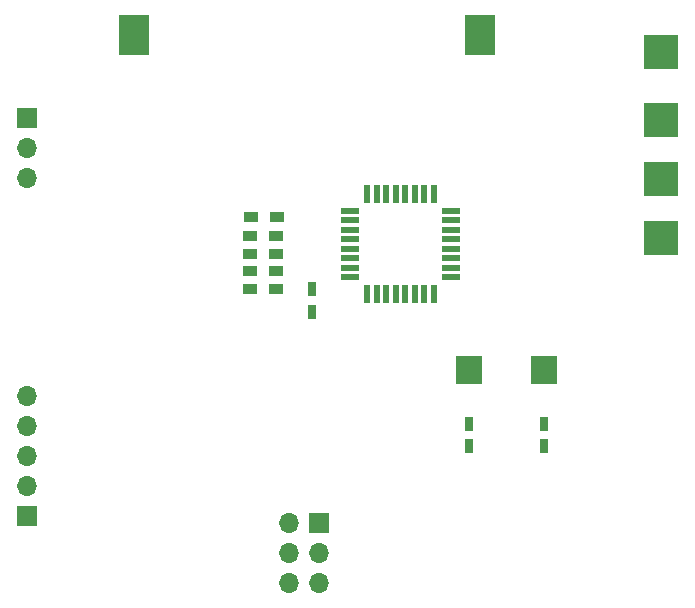
<source format=gbr>
G04 #@! TF.GenerationSoftware,KiCad,Pcbnew,(5.0.0)*
G04 #@! TF.CreationDate,2019-02-21T00:44:54+09:00*
G04 #@! TF.ProjectId,coaster,636F61737465722E6B696361645F7063,rev?*
G04 #@! TF.SameCoordinates,Original*
G04 #@! TF.FileFunction,Soldermask,Bot*
G04 #@! TF.FilePolarity,Negative*
%FSLAX46Y46*%
G04 Gerber Fmt 4.6, Leading zero omitted, Abs format (unit mm)*
G04 Created by KiCad (PCBNEW (5.0.0)) date 02/21/19 00:44:54*
%MOMM*%
%LPD*%
G01*
G04 APERTURE LIST*
%ADD10O,1.700000X1.700000*%
%ADD11R,1.700000X1.700000*%
%ADD12R,1.200000X0.900000*%
%ADD13R,2.540000X3.510000*%
%ADD14R,0.750000X1.200000*%
%ADD15R,3.000000X3.000000*%
%ADD16R,1.600000X0.550000*%
%ADD17R,0.550000X1.600000*%
%ADD18R,2.200000X2.400000*%
G04 APERTURE END LIST*
D10*
G04 #@! TO.C,J2*
X131445000Y-80645000D03*
X131445000Y-78105000D03*
D11*
X131445000Y-75565000D03*
G04 #@! TD*
D12*
G04 #@! TO.C,R18*
X152600000Y-90000000D03*
X150400000Y-90000000D03*
G04 #@! TD*
D13*
G04 #@! TO.C,BT1*
X140500000Y-68500000D03*
X169860000Y-68500000D03*
G04 #@! TD*
D14*
G04 #@! TO.C,C1*
X175260000Y-103312000D03*
X175260000Y-101412000D03*
G04 #@! TD*
G04 #@! TO.C,C2*
X168910000Y-101412000D03*
X168910000Y-103312000D03*
G04 #@! TD*
G04 #@! TO.C,C3*
X155575000Y-90043000D03*
X155575000Y-91943000D03*
G04 #@! TD*
D11*
G04 #@! TO.C,CN1*
X156210000Y-109855000D03*
D10*
X153670000Y-109855000D03*
X156210000Y-112395000D03*
X153670000Y-112395000D03*
X156210000Y-114935000D03*
X153670000Y-114935000D03*
G04 #@! TD*
D11*
G04 #@! TO.C,J1*
X131445000Y-109220000D03*
D10*
X131445000Y-106680000D03*
X131445000Y-104140000D03*
X131445000Y-101600000D03*
X131445000Y-99060000D03*
G04 #@! TD*
D15*
G04 #@! TO.C,J5*
X185140000Y-69977000D03*
G04 #@! TD*
G04 #@! TO.C,J6*
X185140000Y-75725000D03*
G04 #@! TD*
G04 #@! TO.C,J7*
X185140000Y-80725000D03*
G04 #@! TD*
G04 #@! TO.C,J8*
X185140000Y-85725000D03*
G04 #@! TD*
D12*
G04 #@! TO.C,R14*
X150400000Y-87000000D03*
X152600000Y-87000000D03*
G04 #@! TD*
G04 #@! TO.C,R15*
X150411000Y-83947000D03*
X152611000Y-83947000D03*
G04 #@! TD*
G04 #@! TO.C,R16*
X150400000Y-85500000D03*
X152600000Y-85500000D03*
G04 #@! TD*
D16*
G04 #@! TO.C,U1*
X167350000Y-83400000D03*
X167350000Y-84200000D03*
X167350000Y-85000000D03*
X167350000Y-85800000D03*
X167350000Y-86600000D03*
X167350000Y-87400000D03*
X167350000Y-88200000D03*
X167350000Y-89000000D03*
D17*
X165900000Y-90450000D03*
X165100000Y-90450000D03*
X164300000Y-90450000D03*
X163500000Y-90450000D03*
X162700000Y-90450000D03*
X161900000Y-90450000D03*
X161100000Y-90450000D03*
X160300000Y-90450000D03*
D16*
X158850000Y-89000000D03*
X158850000Y-88200000D03*
X158850000Y-87400000D03*
X158850000Y-86600000D03*
X158850000Y-85800000D03*
X158850000Y-85000000D03*
X158850000Y-84200000D03*
X158850000Y-83400000D03*
D17*
X160300000Y-81950000D03*
X161100000Y-81950000D03*
X161900000Y-81950000D03*
X162700000Y-81950000D03*
X163500000Y-81950000D03*
X164300000Y-81950000D03*
X165100000Y-81950000D03*
X165900000Y-81950000D03*
G04 #@! TD*
D18*
G04 #@! TO.C,Y1*
X175235000Y-96901000D03*
X168935000Y-96901000D03*
G04 #@! TD*
D12*
G04 #@! TO.C,R17*
X152600000Y-88500000D03*
X150400000Y-88500000D03*
G04 #@! TD*
M02*

</source>
